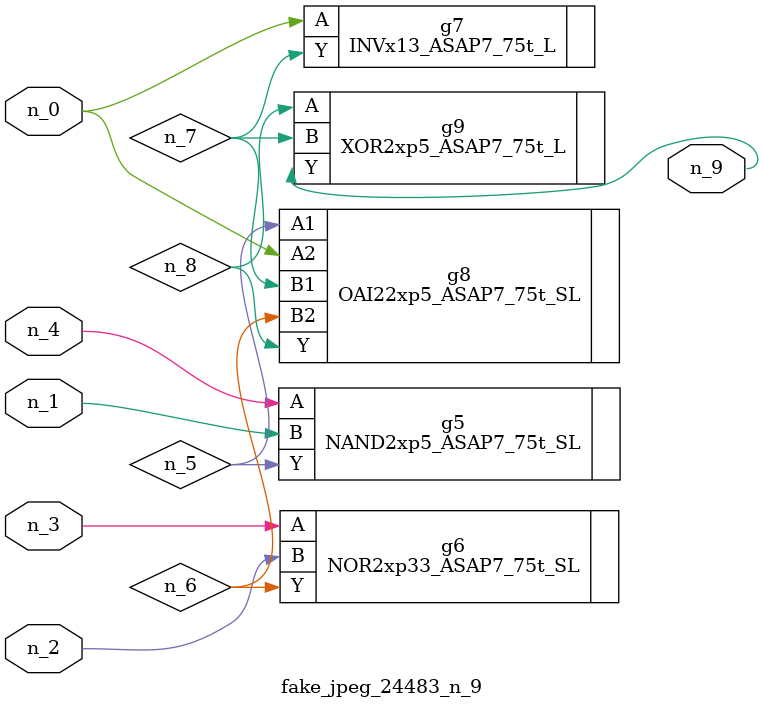
<source format=v>
module fake_jpeg_24483_n_9 (n_3, n_2, n_1, n_0, n_4, n_9);

input n_3;
input n_2;
input n_1;
input n_0;
input n_4;

output n_9;

wire n_8;
wire n_6;
wire n_5;
wire n_7;

NAND2xp5_ASAP7_75t_SL g5 ( 
.A(n_4),
.B(n_1),
.Y(n_5)
);

NOR2xp33_ASAP7_75t_SL g6 ( 
.A(n_3),
.B(n_2),
.Y(n_6)
);

INVx13_ASAP7_75t_L g7 ( 
.A(n_0),
.Y(n_7)
);

OAI22xp5_ASAP7_75t_SL g8 ( 
.A1(n_5),
.A2(n_0),
.B1(n_7),
.B2(n_6),
.Y(n_8)
);

XOR2xp5_ASAP7_75t_L g9 ( 
.A(n_8),
.B(n_7),
.Y(n_9)
);


endmodule
</source>
